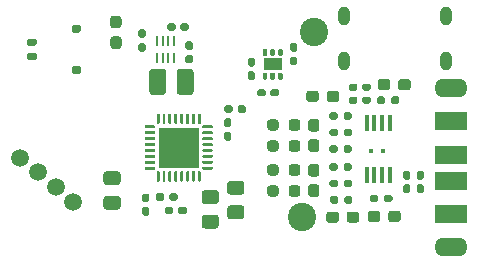
<source format=gts>
G04 #@! TF.GenerationSoftware,KiCad,Pcbnew,(5.1.9)-1*
G04 #@! TF.CreationDate,2021-04-01T13:05:19-07:00*
G04 #@! TF.ProjectId,rgba,72676261-2e6b-4696-9361-645f70636258,1.1*
G04 #@! TF.SameCoordinates,Original*
G04 #@! TF.FileFunction,Soldermask,Top*
G04 #@! TF.FilePolarity,Negative*
%FSLAX46Y46*%
G04 Gerber Fmt 4.6, Leading zero omitted, Abs format (unit mm)*
G04 Created by KiCad (PCBNEW (5.1.9)-1) date 2021-04-01 13:05:19*
%MOMM*%
%LPD*%
G01*
G04 APERTURE LIST*
%ADD10C,1.500000*%
%ADD11R,2.800000X1.600000*%
%ADD12O,2.800000X1.600000*%
%ADD13C,0.400000*%
%ADD14C,2.400000*%
%ADD15R,0.450000X1.450000*%
%ADD16R,1.600000X1.000000*%
%ADD17R,3.450000X3.450000*%
%ADD18R,0.270000X0.860000*%
%ADD19O,1.000000X1.600000*%
G04 APERTURE END LIST*
D10*
X84000000Y-109000000D03*
X81000000Y-106500000D03*
X82500000Y-107750000D03*
X85500000Y-110250000D03*
D11*
X117450000Y-106250000D03*
X117450000Y-103450000D03*
D12*
X117450000Y-100650000D03*
D11*
X117450000Y-108500000D03*
X117450000Y-111300000D03*
D12*
X117450000Y-114100000D03*
G36*
G01*
X94250000Y-100950000D02*
X94250000Y-99250000D01*
G75*
G02*
X94500000Y-99000000I250000J0D01*
G01*
X95425000Y-99000000D01*
G75*
G02*
X95675000Y-99250000I0J-250000D01*
G01*
X95675000Y-100950000D01*
G75*
G02*
X95425000Y-101200000I-250000J0D01*
G01*
X94500000Y-101200000D01*
G75*
G02*
X94250000Y-100950000I0J250000D01*
G01*
G37*
G36*
G01*
X91925000Y-100950000D02*
X91925000Y-99250000D01*
G75*
G02*
X92175000Y-99000000I250000J0D01*
G01*
X93100000Y-99000000D01*
G75*
G02*
X93350000Y-99250000I0J-250000D01*
G01*
X93350000Y-100950000D01*
G75*
G02*
X93100000Y-101200000I-250000J0D01*
G01*
X92175000Y-101200000D01*
G75*
G02*
X91925000Y-100950000I0J250000D01*
G01*
G37*
D13*
X111670000Y-105960000D03*
X110670000Y-105960000D03*
D14*
X104840000Y-111550000D03*
D15*
X112284000Y-103576000D03*
X111634000Y-103576000D03*
X110984000Y-103576000D03*
X110334000Y-103576000D03*
X110334000Y-107976000D03*
X110984000Y-107976000D03*
X111634000Y-107976000D03*
X112284000Y-107976000D03*
G36*
G01*
X102912000Y-97308000D02*
X103112000Y-97308000D01*
G75*
G02*
X103212000Y-97408000I0J-100000D01*
G01*
X103212000Y-97808000D01*
G75*
G02*
X103112000Y-97908000I-100000J0D01*
G01*
X102912000Y-97908000D01*
G75*
G02*
X102812000Y-97808000I0J100000D01*
G01*
X102812000Y-97408000D01*
G75*
G02*
X102912000Y-97308000I100000J0D01*
G01*
G37*
G36*
G01*
X102262000Y-97308000D02*
X102462000Y-97308000D01*
G75*
G02*
X102562000Y-97408000I0J-100000D01*
G01*
X102562000Y-97808000D01*
G75*
G02*
X102462000Y-97908000I-100000J0D01*
G01*
X102262000Y-97908000D01*
G75*
G02*
X102162000Y-97808000I0J100000D01*
G01*
X102162000Y-97408000D01*
G75*
G02*
X102262000Y-97308000I100000J0D01*
G01*
G37*
G36*
G01*
X101612000Y-97308000D02*
X101812000Y-97308000D01*
G75*
G02*
X101912000Y-97408000I0J-100000D01*
G01*
X101912000Y-97808000D01*
G75*
G02*
X101812000Y-97908000I-100000J0D01*
G01*
X101612000Y-97908000D01*
G75*
G02*
X101512000Y-97808000I0J100000D01*
G01*
X101512000Y-97408000D01*
G75*
G02*
X101612000Y-97308000I100000J0D01*
G01*
G37*
G36*
G01*
X101612000Y-99308000D02*
X101812000Y-99308000D01*
G75*
G02*
X101912000Y-99408000I0J-100000D01*
G01*
X101912000Y-99808000D01*
G75*
G02*
X101812000Y-99908000I-100000J0D01*
G01*
X101612000Y-99908000D01*
G75*
G02*
X101512000Y-99808000I0J100000D01*
G01*
X101512000Y-99408000D01*
G75*
G02*
X101612000Y-99308000I100000J0D01*
G01*
G37*
G36*
G01*
X102262000Y-99308000D02*
X102462000Y-99308000D01*
G75*
G02*
X102562000Y-99408000I0J-100000D01*
G01*
X102562000Y-99808000D01*
G75*
G02*
X102462000Y-99908000I-100000J0D01*
G01*
X102262000Y-99908000D01*
G75*
G02*
X102162000Y-99808000I0J100000D01*
G01*
X102162000Y-99408000D01*
G75*
G02*
X102262000Y-99308000I100000J0D01*
G01*
G37*
G36*
G01*
X102912000Y-99308000D02*
X103112000Y-99308000D01*
G75*
G02*
X103212000Y-99408000I0J-100000D01*
G01*
X103212000Y-99808000D01*
G75*
G02*
X103112000Y-99908000I-100000J0D01*
G01*
X102912000Y-99908000D01*
G75*
G02*
X102812000Y-99808000I0J100000D01*
G01*
X102812000Y-99408000D01*
G75*
G02*
X102912000Y-99308000I100000J0D01*
G01*
G37*
D16*
X102362000Y-98608000D03*
G36*
G01*
X92730500Y-108532000D02*
X92605500Y-108532000D01*
G75*
G02*
X92543000Y-108469500I0J62500D01*
G01*
X92543000Y-107719500D01*
G75*
G02*
X92605500Y-107657000I62500J0D01*
G01*
X92730500Y-107657000D01*
G75*
G02*
X92793000Y-107719500I0J-62500D01*
G01*
X92793000Y-108469500D01*
G75*
G02*
X92730500Y-108532000I-62500J0D01*
G01*
G37*
G36*
G01*
X93230500Y-108532000D02*
X93105500Y-108532000D01*
G75*
G02*
X93043000Y-108469500I0J62500D01*
G01*
X93043000Y-107719500D01*
G75*
G02*
X93105500Y-107657000I62500J0D01*
G01*
X93230500Y-107657000D01*
G75*
G02*
X93293000Y-107719500I0J-62500D01*
G01*
X93293000Y-108469500D01*
G75*
G02*
X93230500Y-108532000I-62500J0D01*
G01*
G37*
G36*
G01*
X93730500Y-108532000D02*
X93605500Y-108532000D01*
G75*
G02*
X93543000Y-108469500I0J62500D01*
G01*
X93543000Y-107719500D01*
G75*
G02*
X93605500Y-107657000I62500J0D01*
G01*
X93730500Y-107657000D01*
G75*
G02*
X93793000Y-107719500I0J-62500D01*
G01*
X93793000Y-108469500D01*
G75*
G02*
X93730500Y-108532000I-62500J0D01*
G01*
G37*
G36*
G01*
X94230500Y-108532000D02*
X94105500Y-108532000D01*
G75*
G02*
X94043000Y-108469500I0J62500D01*
G01*
X94043000Y-107719500D01*
G75*
G02*
X94105500Y-107657000I62500J0D01*
G01*
X94230500Y-107657000D01*
G75*
G02*
X94293000Y-107719500I0J-62500D01*
G01*
X94293000Y-108469500D01*
G75*
G02*
X94230500Y-108532000I-62500J0D01*
G01*
G37*
G36*
G01*
X94730500Y-108532000D02*
X94605500Y-108532000D01*
G75*
G02*
X94543000Y-108469500I0J62500D01*
G01*
X94543000Y-107719500D01*
G75*
G02*
X94605500Y-107657000I62500J0D01*
G01*
X94730500Y-107657000D01*
G75*
G02*
X94793000Y-107719500I0J-62500D01*
G01*
X94793000Y-108469500D01*
G75*
G02*
X94730500Y-108532000I-62500J0D01*
G01*
G37*
G36*
G01*
X95230500Y-108532000D02*
X95105500Y-108532000D01*
G75*
G02*
X95043000Y-108469500I0J62500D01*
G01*
X95043000Y-107719500D01*
G75*
G02*
X95105500Y-107657000I62500J0D01*
G01*
X95230500Y-107657000D01*
G75*
G02*
X95293000Y-107719500I0J-62500D01*
G01*
X95293000Y-108469500D01*
G75*
G02*
X95230500Y-108532000I-62500J0D01*
G01*
G37*
G36*
G01*
X95730500Y-108532000D02*
X95605500Y-108532000D01*
G75*
G02*
X95543000Y-108469500I0J62500D01*
G01*
X95543000Y-107719500D01*
G75*
G02*
X95605500Y-107657000I62500J0D01*
G01*
X95730500Y-107657000D01*
G75*
G02*
X95793000Y-107719500I0J-62500D01*
G01*
X95793000Y-108469500D01*
G75*
G02*
X95730500Y-108532000I-62500J0D01*
G01*
G37*
G36*
G01*
X96230500Y-108532000D02*
X96105500Y-108532000D01*
G75*
G02*
X96043000Y-108469500I0J62500D01*
G01*
X96043000Y-107719500D01*
G75*
G02*
X96105500Y-107657000I62500J0D01*
G01*
X96230500Y-107657000D01*
G75*
G02*
X96293000Y-107719500I0J-62500D01*
G01*
X96293000Y-108469500D01*
G75*
G02*
X96230500Y-108532000I-62500J0D01*
G01*
G37*
G36*
G01*
X97230500Y-107532000D02*
X96480500Y-107532000D01*
G75*
G02*
X96418000Y-107469500I0J62500D01*
G01*
X96418000Y-107344500D01*
G75*
G02*
X96480500Y-107282000I62500J0D01*
G01*
X97230500Y-107282000D01*
G75*
G02*
X97293000Y-107344500I0J-62500D01*
G01*
X97293000Y-107469500D01*
G75*
G02*
X97230500Y-107532000I-62500J0D01*
G01*
G37*
G36*
G01*
X97230500Y-107032000D02*
X96480500Y-107032000D01*
G75*
G02*
X96418000Y-106969500I0J62500D01*
G01*
X96418000Y-106844500D01*
G75*
G02*
X96480500Y-106782000I62500J0D01*
G01*
X97230500Y-106782000D01*
G75*
G02*
X97293000Y-106844500I0J-62500D01*
G01*
X97293000Y-106969500D01*
G75*
G02*
X97230500Y-107032000I-62500J0D01*
G01*
G37*
G36*
G01*
X97230500Y-106532000D02*
X96480500Y-106532000D01*
G75*
G02*
X96418000Y-106469500I0J62500D01*
G01*
X96418000Y-106344500D01*
G75*
G02*
X96480500Y-106282000I62500J0D01*
G01*
X97230500Y-106282000D01*
G75*
G02*
X97293000Y-106344500I0J-62500D01*
G01*
X97293000Y-106469500D01*
G75*
G02*
X97230500Y-106532000I-62500J0D01*
G01*
G37*
G36*
G01*
X97230500Y-106032000D02*
X96480500Y-106032000D01*
G75*
G02*
X96418000Y-105969500I0J62500D01*
G01*
X96418000Y-105844500D01*
G75*
G02*
X96480500Y-105782000I62500J0D01*
G01*
X97230500Y-105782000D01*
G75*
G02*
X97293000Y-105844500I0J-62500D01*
G01*
X97293000Y-105969500D01*
G75*
G02*
X97230500Y-106032000I-62500J0D01*
G01*
G37*
G36*
G01*
X97230500Y-105532000D02*
X96480500Y-105532000D01*
G75*
G02*
X96418000Y-105469500I0J62500D01*
G01*
X96418000Y-105344500D01*
G75*
G02*
X96480500Y-105282000I62500J0D01*
G01*
X97230500Y-105282000D01*
G75*
G02*
X97293000Y-105344500I0J-62500D01*
G01*
X97293000Y-105469500D01*
G75*
G02*
X97230500Y-105532000I-62500J0D01*
G01*
G37*
G36*
G01*
X97230500Y-105032000D02*
X96480500Y-105032000D01*
G75*
G02*
X96418000Y-104969500I0J62500D01*
G01*
X96418000Y-104844500D01*
G75*
G02*
X96480500Y-104782000I62500J0D01*
G01*
X97230500Y-104782000D01*
G75*
G02*
X97293000Y-104844500I0J-62500D01*
G01*
X97293000Y-104969500D01*
G75*
G02*
X97230500Y-105032000I-62500J0D01*
G01*
G37*
G36*
G01*
X97230500Y-104532000D02*
X96480500Y-104532000D01*
G75*
G02*
X96418000Y-104469500I0J62500D01*
G01*
X96418000Y-104344500D01*
G75*
G02*
X96480500Y-104282000I62500J0D01*
G01*
X97230500Y-104282000D01*
G75*
G02*
X97293000Y-104344500I0J-62500D01*
G01*
X97293000Y-104469500D01*
G75*
G02*
X97230500Y-104532000I-62500J0D01*
G01*
G37*
G36*
G01*
X97230500Y-104032000D02*
X96480500Y-104032000D01*
G75*
G02*
X96418000Y-103969500I0J62500D01*
G01*
X96418000Y-103844500D01*
G75*
G02*
X96480500Y-103782000I62500J0D01*
G01*
X97230500Y-103782000D01*
G75*
G02*
X97293000Y-103844500I0J-62500D01*
G01*
X97293000Y-103969500D01*
G75*
G02*
X97230500Y-104032000I-62500J0D01*
G01*
G37*
G36*
G01*
X96230500Y-103657000D02*
X96105500Y-103657000D01*
G75*
G02*
X96043000Y-103594500I0J62500D01*
G01*
X96043000Y-102844500D01*
G75*
G02*
X96105500Y-102782000I62500J0D01*
G01*
X96230500Y-102782000D01*
G75*
G02*
X96293000Y-102844500I0J-62500D01*
G01*
X96293000Y-103594500D01*
G75*
G02*
X96230500Y-103657000I-62500J0D01*
G01*
G37*
G36*
G01*
X95730500Y-103657000D02*
X95605500Y-103657000D01*
G75*
G02*
X95543000Y-103594500I0J62500D01*
G01*
X95543000Y-102844500D01*
G75*
G02*
X95605500Y-102782000I62500J0D01*
G01*
X95730500Y-102782000D01*
G75*
G02*
X95793000Y-102844500I0J-62500D01*
G01*
X95793000Y-103594500D01*
G75*
G02*
X95730500Y-103657000I-62500J0D01*
G01*
G37*
G36*
G01*
X95230500Y-103657000D02*
X95105500Y-103657000D01*
G75*
G02*
X95043000Y-103594500I0J62500D01*
G01*
X95043000Y-102844500D01*
G75*
G02*
X95105500Y-102782000I62500J0D01*
G01*
X95230500Y-102782000D01*
G75*
G02*
X95293000Y-102844500I0J-62500D01*
G01*
X95293000Y-103594500D01*
G75*
G02*
X95230500Y-103657000I-62500J0D01*
G01*
G37*
G36*
G01*
X94730500Y-103657000D02*
X94605500Y-103657000D01*
G75*
G02*
X94543000Y-103594500I0J62500D01*
G01*
X94543000Y-102844500D01*
G75*
G02*
X94605500Y-102782000I62500J0D01*
G01*
X94730500Y-102782000D01*
G75*
G02*
X94793000Y-102844500I0J-62500D01*
G01*
X94793000Y-103594500D01*
G75*
G02*
X94730500Y-103657000I-62500J0D01*
G01*
G37*
G36*
G01*
X94230500Y-103657000D02*
X94105500Y-103657000D01*
G75*
G02*
X94043000Y-103594500I0J62500D01*
G01*
X94043000Y-102844500D01*
G75*
G02*
X94105500Y-102782000I62500J0D01*
G01*
X94230500Y-102782000D01*
G75*
G02*
X94293000Y-102844500I0J-62500D01*
G01*
X94293000Y-103594500D01*
G75*
G02*
X94230500Y-103657000I-62500J0D01*
G01*
G37*
G36*
G01*
X93730500Y-103657000D02*
X93605500Y-103657000D01*
G75*
G02*
X93543000Y-103594500I0J62500D01*
G01*
X93543000Y-102844500D01*
G75*
G02*
X93605500Y-102782000I62500J0D01*
G01*
X93730500Y-102782000D01*
G75*
G02*
X93793000Y-102844500I0J-62500D01*
G01*
X93793000Y-103594500D01*
G75*
G02*
X93730500Y-103657000I-62500J0D01*
G01*
G37*
G36*
G01*
X93230500Y-103657000D02*
X93105500Y-103657000D01*
G75*
G02*
X93043000Y-103594500I0J62500D01*
G01*
X93043000Y-102844500D01*
G75*
G02*
X93105500Y-102782000I62500J0D01*
G01*
X93230500Y-102782000D01*
G75*
G02*
X93293000Y-102844500I0J-62500D01*
G01*
X93293000Y-103594500D01*
G75*
G02*
X93230500Y-103657000I-62500J0D01*
G01*
G37*
G36*
G01*
X92730500Y-103657000D02*
X92605500Y-103657000D01*
G75*
G02*
X92543000Y-103594500I0J62500D01*
G01*
X92543000Y-102844500D01*
G75*
G02*
X92605500Y-102782000I62500J0D01*
G01*
X92730500Y-102782000D01*
G75*
G02*
X92793000Y-102844500I0J-62500D01*
G01*
X92793000Y-103594500D01*
G75*
G02*
X92730500Y-103657000I-62500J0D01*
G01*
G37*
G36*
G01*
X92355500Y-104032000D02*
X91605500Y-104032000D01*
G75*
G02*
X91543000Y-103969500I0J62500D01*
G01*
X91543000Y-103844500D01*
G75*
G02*
X91605500Y-103782000I62500J0D01*
G01*
X92355500Y-103782000D01*
G75*
G02*
X92418000Y-103844500I0J-62500D01*
G01*
X92418000Y-103969500D01*
G75*
G02*
X92355500Y-104032000I-62500J0D01*
G01*
G37*
G36*
G01*
X92355500Y-104532000D02*
X91605500Y-104532000D01*
G75*
G02*
X91543000Y-104469500I0J62500D01*
G01*
X91543000Y-104344500D01*
G75*
G02*
X91605500Y-104282000I62500J0D01*
G01*
X92355500Y-104282000D01*
G75*
G02*
X92418000Y-104344500I0J-62500D01*
G01*
X92418000Y-104469500D01*
G75*
G02*
X92355500Y-104532000I-62500J0D01*
G01*
G37*
G36*
G01*
X92355500Y-105032000D02*
X91605500Y-105032000D01*
G75*
G02*
X91543000Y-104969500I0J62500D01*
G01*
X91543000Y-104844500D01*
G75*
G02*
X91605500Y-104782000I62500J0D01*
G01*
X92355500Y-104782000D01*
G75*
G02*
X92418000Y-104844500I0J-62500D01*
G01*
X92418000Y-104969500D01*
G75*
G02*
X92355500Y-105032000I-62500J0D01*
G01*
G37*
G36*
G01*
X92355500Y-105532000D02*
X91605500Y-105532000D01*
G75*
G02*
X91543000Y-105469500I0J62500D01*
G01*
X91543000Y-105344500D01*
G75*
G02*
X91605500Y-105282000I62500J0D01*
G01*
X92355500Y-105282000D01*
G75*
G02*
X92418000Y-105344500I0J-62500D01*
G01*
X92418000Y-105469500D01*
G75*
G02*
X92355500Y-105532000I-62500J0D01*
G01*
G37*
G36*
G01*
X92355500Y-106032000D02*
X91605500Y-106032000D01*
G75*
G02*
X91543000Y-105969500I0J62500D01*
G01*
X91543000Y-105844500D01*
G75*
G02*
X91605500Y-105782000I62500J0D01*
G01*
X92355500Y-105782000D01*
G75*
G02*
X92418000Y-105844500I0J-62500D01*
G01*
X92418000Y-105969500D01*
G75*
G02*
X92355500Y-106032000I-62500J0D01*
G01*
G37*
G36*
G01*
X92355500Y-106532000D02*
X91605500Y-106532000D01*
G75*
G02*
X91543000Y-106469500I0J62500D01*
G01*
X91543000Y-106344500D01*
G75*
G02*
X91605500Y-106282000I62500J0D01*
G01*
X92355500Y-106282000D01*
G75*
G02*
X92418000Y-106344500I0J-62500D01*
G01*
X92418000Y-106469500D01*
G75*
G02*
X92355500Y-106532000I-62500J0D01*
G01*
G37*
G36*
G01*
X92355500Y-107032000D02*
X91605500Y-107032000D01*
G75*
G02*
X91543000Y-106969500I0J62500D01*
G01*
X91543000Y-106844500D01*
G75*
G02*
X91605500Y-106782000I62500J0D01*
G01*
X92355500Y-106782000D01*
G75*
G02*
X92418000Y-106844500I0J-62500D01*
G01*
X92418000Y-106969500D01*
G75*
G02*
X92355500Y-107032000I-62500J0D01*
G01*
G37*
G36*
G01*
X92355500Y-107532000D02*
X91605500Y-107532000D01*
G75*
G02*
X91543000Y-107469500I0J62500D01*
G01*
X91543000Y-107344500D01*
G75*
G02*
X91605500Y-107282000I62500J0D01*
G01*
X92355500Y-107282000D01*
G75*
G02*
X92418000Y-107344500I0J-62500D01*
G01*
X92418000Y-107469500D01*
G75*
G02*
X92355500Y-107532000I-62500J0D01*
G01*
G37*
D17*
X94418000Y-105657000D03*
D18*
X94050000Y-96665000D03*
X93550000Y-96665000D03*
X93050000Y-96665000D03*
X92550000Y-96665000D03*
X92550000Y-98035000D03*
X93050000Y-98035000D03*
X93550000Y-98035000D03*
X94050000Y-98035000D03*
D14*
X105850000Y-95900000D03*
G36*
G01*
X85975000Y-95950000D02*
X85525000Y-95950000D01*
G75*
G02*
X85350000Y-95775000I0J175000D01*
G01*
X85350000Y-95425000D01*
G75*
G02*
X85525000Y-95250000I175000J0D01*
G01*
X85975000Y-95250000D01*
G75*
G02*
X86150000Y-95425000I0J-175000D01*
G01*
X86150000Y-95775000D01*
G75*
G02*
X85975000Y-95950000I-175000J0D01*
G01*
G37*
G36*
G01*
X85975000Y-99450000D02*
X85525000Y-99450000D01*
G75*
G02*
X85350000Y-99275000I0J175000D01*
G01*
X85350000Y-98925000D01*
G75*
G02*
X85525000Y-98750000I175000J0D01*
G01*
X85975000Y-98750000D01*
G75*
G02*
X86150000Y-98925000I0J-175000D01*
G01*
X86150000Y-99275000D01*
G75*
G02*
X85975000Y-99450000I-175000J0D01*
G01*
G37*
G36*
G01*
X82250000Y-97050000D02*
X81700000Y-97050000D01*
G75*
G02*
X81550000Y-96900000I0J150000D01*
G01*
X81550000Y-96600000D01*
G75*
G02*
X81700000Y-96450000I150000J0D01*
G01*
X82250000Y-96450000D01*
G75*
G02*
X82400000Y-96600000I0J-150000D01*
G01*
X82400000Y-96900000D01*
G75*
G02*
X82250000Y-97050000I-150000J0D01*
G01*
G37*
G36*
G01*
X82250000Y-98250000D02*
X81700000Y-98250000D01*
G75*
G02*
X81550000Y-98100000I0J150000D01*
G01*
X81550000Y-97800000D01*
G75*
G02*
X81700000Y-97650000I150000J0D01*
G01*
X82250000Y-97650000D01*
G75*
G02*
X82400000Y-97800000I0J-150000D01*
G01*
X82400000Y-98100000D01*
G75*
G02*
X82250000Y-98250000I-150000J0D01*
G01*
G37*
D19*
X117020000Y-94550000D03*
X108380000Y-94550000D03*
X108380000Y-98350000D03*
X117020000Y-98350000D03*
G36*
G01*
X95455000Y-97400000D02*
X95145000Y-97400000D01*
G75*
G02*
X94990000Y-97245000I0J155000D01*
G01*
X94990000Y-96820000D01*
G75*
G02*
X95145000Y-96665000I155000J0D01*
G01*
X95455000Y-96665000D01*
G75*
G02*
X95610000Y-96820000I0J-155000D01*
G01*
X95610000Y-97245000D01*
G75*
G02*
X95455000Y-97400000I-155000J0D01*
G01*
G37*
G36*
G01*
X95455000Y-98535000D02*
X95145000Y-98535000D01*
G75*
G02*
X94990000Y-98380000I0J155000D01*
G01*
X94990000Y-97955000D01*
G75*
G02*
X95145000Y-97800000I155000J0D01*
G01*
X95455000Y-97800000D01*
G75*
G02*
X95610000Y-97955000I0J-155000D01*
G01*
X95610000Y-98380000D01*
G75*
G02*
X95455000Y-98535000I-155000J0D01*
G01*
G37*
G36*
G01*
X94550000Y-95605000D02*
X94550000Y-95295000D01*
G75*
G02*
X94705000Y-95140000I155000J0D01*
G01*
X95130000Y-95140000D01*
G75*
G02*
X95285000Y-95295000I0J-155000D01*
G01*
X95285000Y-95605000D01*
G75*
G02*
X95130000Y-95760000I-155000J0D01*
G01*
X94705000Y-95760000D01*
G75*
G02*
X94550000Y-95605000I0J155000D01*
G01*
G37*
G36*
G01*
X93415000Y-95605000D02*
X93415000Y-95295000D01*
G75*
G02*
X93570000Y-95140000I155000J0D01*
G01*
X93995000Y-95140000D01*
G75*
G02*
X94150000Y-95295000I0J-155000D01*
G01*
X94150000Y-95605000D01*
G75*
G02*
X93995000Y-95760000I-155000J0D01*
G01*
X93570000Y-95760000D01*
G75*
G02*
X93415000Y-95605000I0J155000D01*
G01*
G37*
G36*
G01*
X108411500Y-110254000D02*
X108411500Y-109934000D01*
G75*
G02*
X108571500Y-109774000I160000J0D01*
G01*
X108966500Y-109774000D01*
G75*
G02*
X109126500Y-109934000I0J-160000D01*
G01*
X109126500Y-110254000D01*
G75*
G02*
X108966500Y-110414000I-160000J0D01*
G01*
X108571500Y-110414000D01*
G75*
G02*
X108411500Y-110254000I0J160000D01*
G01*
G37*
G36*
G01*
X107216500Y-110254000D02*
X107216500Y-109934000D01*
G75*
G02*
X107376500Y-109774000I160000J0D01*
G01*
X107771500Y-109774000D01*
G75*
G02*
X107931500Y-109934000I0J-160000D01*
G01*
X107931500Y-110254000D01*
G75*
G02*
X107771500Y-110414000I-160000J0D01*
G01*
X107376500Y-110414000D01*
G75*
G02*
X107216500Y-110254000I0J160000D01*
G01*
G37*
G36*
G01*
X108374000Y-108857000D02*
X108374000Y-108537000D01*
G75*
G02*
X108534000Y-108377000I160000J0D01*
G01*
X108929000Y-108377000D01*
G75*
G02*
X109089000Y-108537000I0J-160000D01*
G01*
X109089000Y-108857000D01*
G75*
G02*
X108929000Y-109017000I-160000J0D01*
G01*
X108534000Y-109017000D01*
G75*
G02*
X108374000Y-108857000I0J160000D01*
G01*
G37*
G36*
G01*
X107179000Y-108857000D02*
X107179000Y-108537000D01*
G75*
G02*
X107339000Y-108377000I160000J0D01*
G01*
X107734000Y-108377000D01*
G75*
G02*
X107894000Y-108537000I0J-160000D01*
G01*
X107894000Y-108857000D01*
G75*
G02*
X107734000Y-109017000I-160000J0D01*
G01*
X107339000Y-109017000D01*
G75*
G02*
X107179000Y-108857000I0J160000D01*
G01*
G37*
G36*
G01*
X107894000Y-107140000D02*
X107894000Y-107460000D01*
G75*
G02*
X107734000Y-107620000I-160000J0D01*
G01*
X107339000Y-107620000D01*
G75*
G02*
X107179000Y-107460000I0J160000D01*
G01*
X107179000Y-107140000D01*
G75*
G02*
X107339000Y-106980000I160000J0D01*
G01*
X107734000Y-106980000D01*
G75*
G02*
X107894000Y-107140000I0J-160000D01*
G01*
G37*
G36*
G01*
X109089000Y-107140000D02*
X109089000Y-107460000D01*
G75*
G02*
X108929000Y-107620000I-160000J0D01*
G01*
X108534000Y-107620000D01*
G75*
G02*
X108374000Y-107460000I0J160000D01*
G01*
X108374000Y-107140000D01*
G75*
G02*
X108534000Y-106980000I160000J0D01*
G01*
X108929000Y-106980000D01*
G75*
G02*
X109089000Y-107140000I0J-160000D01*
G01*
G37*
G36*
G01*
X103733000Y-109569500D02*
X103733000Y-109094500D01*
G75*
G02*
X103970500Y-108857000I237500J0D01*
G01*
X104470500Y-108857000D01*
G75*
G02*
X104708000Y-109094500I0J-237500D01*
G01*
X104708000Y-109569500D01*
G75*
G02*
X104470500Y-109807000I-237500J0D01*
G01*
X103970500Y-109807000D01*
G75*
G02*
X103733000Y-109569500I0J237500D01*
G01*
G37*
G36*
G01*
X101908000Y-109569500D02*
X101908000Y-109094500D01*
G75*
G02*
X102145500Y-108857000I237500J0D01*
G01*
X102645500Y-108857000D01*
G75*
G02*
X102883000Y-109094500I0J-237500D01*
G01*
X102883000Y-109569500D01*
G75*
G02*
X102645500Y-109807000I-237500J0D01*
G01*
X102145500Y-109807000D01*
G75*
G02*
X101908000Y-109569500I0J237500D01*
G01*
G37*
G36*
G01*
X102883000Y-107316500D02*
X102883000Y-107791500D01*
G75*
G02*
X102645500Y-108029000I-237500J0D01*
G01*
X102145500Y-108029000D01*
G75*
G02*
X101908000Y-107791500I0J237500D01*
G01*
X101908000Y-107316500D01*
G75*
G02*
X102145500Y-107079000I237500J0D01*
G01*
X102645500Y-107079000D01*
G75*
G02*
X102883000Y-107316500I0J-237500D01*
G01*
G37*
G36*
G01*
X104708000Y-107316500D02*
X104708000Y-107791500D01*
G75*
G02*
X104470500Y-108029000I-237500J0D01*
G01*
X103970500Y-108029000D01*
G75*
G02*
X103733000Y-107791500I0J237500D01*
G01*
X103733000Y-107316500D01*
G75*
G02*
X103970500Y-107079000I237500J0D01*
G01*
X104470500Y-107079000D01*
G75*
G02*
X104708000Y-107316500I0J-237500D01*
G01*
G37*
G36*
G01*
X111910000Y-101490000D02*
X111910000Y-101810000D01*
G75*
G02*
X111750000Y-101970000I-160000J0D01*
G01*
X111355000Y-101970000D01*
G75*
G02*
X111195000Y-101810000I0J160000D01*
G01*
X111195000Y-101490000D01*
G75*
G02*
X111355000Y-101330000I160000J0D01*
G01*
X111750000Y-101330000D01*
G75*
G02*
X111910000Y-101490000I0J-160000D01*
G01*
G37*
G36*
G01*
X113105000Y-101490000D02*
X113105000Y-101810000D01*
G75*
G02*
X112945000Y-101970000I-160000J0D01*
G01*
X112550000Y-101970000D01*
G75*
G02*
X112390000Y-101810000I0J160000D01*
G01*
X112390000Y-101490000D01*
G75*
G02*
X112550000Y-101330000I160000J0D01*
G01*
X112945000Y-101330000D01*
G75*
G02*
X113105000Y-101490000I0J-160000D01*
G01*
G37*
G36*
G01*
X108374000Y-103142000D02*
X108374000Y-102822000D01*
G75*
G02*
X108534000Y-102662000I160000J0D01*
G01*
X108929000Y-102662000D01*
G75*
G02*
X109089000Y-102822000I0J-160000D01*
G01*
X109089000Y-103142000D01*
G75*
G02*
X108929000Y-103302000I-160000J0D01*
G01*
X108534000Y-103302000D01*
G75*
G02*
X108374000Y-103142000I0J160000D01*
G01*
G37*
G36*
G01*
X107179000Y-103142000D02*
X107179000Y-102822000D01*
G75*
G02*
X107339000Y-102662000I160000J0D01*
G01*
X107734000Y-102662000D01*
G75*
G02*
X107894000Y-102822000I0J-160000D01*
G01*
X107894000Y-103142000D01*
G75*
G02*
X107734000Y-103302000I-160000J0D01*
G01*
X107339000Y-103302000D01*
G75*
G02*
X107179000Y-103142000I0J160000D01*
G01*
G37*
G36*
G01*
X108374000Y-104539000D02*
X108374000Y-104219000D01*
G75*
G02*
X108534000Y-104059000I160000J0D01*
G01*
X108929000Y-104059000D01*
G75*
G02*
X109089000Y-104219000I0J-160000D01*
G01*
X109089000Y-104539000D01*
G75*
G02*
X108929000Y-104699000I-160000J0D01*
G01*
X108534000Y-104699000D01*
G75*
G02*
X108374000Y-104539000I0J160000D01*
G01*
G37*
G36*
G01*
X107179000Y-104539000D02*
X107179000Y-104219000D01*
G75*
G02*
X107339000Y-104059000I160000J0D01*
G01*
X107734000Y-104059000D01*
G75*
G02*
X107894000Y-104219000I0J-160000D01*
G01*
X107894000Y-104539000D01*
G75*
G02*
X107734000Y-104699000I-160000J0D01*
G01*
X107339000Y-104699000D01*
G75*
G02*
X107179000Y-104539000I0J160000D01*
G01*
G37*
G36*
G01*
X107894000Y-105616000D02*
X107894000Y-105936000D01*
G75*
G02*
X107734000Y-106096000I-160000J0D01*
G01*
X107339000Y-106096000D01*
G75*
G02*
X107179000Y-105936000I0J160000D01*
G01*
X107179000Y-105616000D01*
G75*
G02*
X107339000Y-105456000I160000J0D01*
G01*
X107734000Y-105456000D01*
G75*
G02*
X107894000Y-105616000I0J-160000D01*
G01*
G37*
G36*
G01*
X109089000Y-105616000D02*
X109089000Y-105936000D01*
G75*
G02*
X108929000Y-106096000I-160000J0D01*
G01*
X108534000Y-106096000D01*
G75*
G02*
X108374000Y-105936000I0J160000D01*
G01*
X108374000Y-105616000D01*
G75*
G02*
X108534000Y-105456000I160000J0D01*
G01*
X108929000Y-105456000D01*
G75*
G02*
X109089000Y-105616000I0J-160000D01*
G01*
G37*
G36*
G01*
X103733000Y-103981500D02*
X103733000Y-103506500D01*
G75*
G02*
X103970500Y-103269000I237500J0D01*
G01*
X104470500Y-103269000D01*
G75*
G02*
X104708000Y-103506500I0J-237500D01*
G01*
X104708000Y-103981500D01*
G75*
G02*
X104470500Y-104219000I-237500J0D01*
G01*
X103970500Y-104219000D01*
G75*
G02*
X103733000Y-103981500I0J237500D01*
G01*
G37*
G36*
G01*
X101908000Y-103981500D02*
X101908000Y-103506500D01*
G75*
G02*
X102145500Y-103269000I237500J0D01*
G01*
X102645500Y-103269000D01*
G75*
G02*
X102883000Y-103506500I0J-237500D01*
G01*
X102883000Y-103981500D01*
G75*
G02*
X102645500Y-104219000I-237500J0D01*
G01*
X102145500Y-104219000D01*
G75*
G02*
X101908000Y-103981500I0J237500D01*
G01*
G37*
G36*
G01*
X102883000Y-105284500D02*
X102883000Y-105759500D01*
G75*
G02*
X102645500Y-105997000I-237500J0D01*
G01*
X102145500Y-105997000D01*
G75*
G02*
X101908000Y-105759500I0J237500D01*
G01*
X101908000Y-105284500D01*
G75*
G02*
X102145500Y-105047000I237500J0D01*
G01*
X102645500Y-105047000D01*
G75*
G02*
X102883000Y-105284500I0J-237500D01*
G01*
G37*
G36*
G01*
X104708000Y-105284500D02*
X104708000Y-105759500D01*
G75*
G02*
X104470500Y-105997000I-237500J0D01*
G01*
X103970500Y-105997000D01*
G75*
G02*
X103733000Y-105759500I0J237500D01*
G01*
X103733000Y-105284500D01*
G75*
G02*
X103970500Y-105047000I237500J0D01*
G01*
X104470500Y-105047000D01*
G75*
G02*
X104708000Y-105284500I0J-237500D01*
G01*
G37*
G36*
G01*
X111323000Y-109807000D02*
X111323000Y-110127000D01*
G75*
G02*
X111163000Y-110287000I-160000J0D01*
G01*
X110768000Y-110287000D01*
G75*
G02*
X110608000Y-110127000I0J160000D01*
G01*
X110608000Y-109807000D01*
G75*
G02*
X110768000Y-109647000I160000J0D01*
G01*
X111163000Y-109647000D01*
G75*
G02*
X111323000Y-109807000I0J-160000D01*
G01*
G37*
G36*
G01*
X112518000Y-109807000D02*
X112518000Y-110127000D01*
G75*
G02*
X112358000Y-110287000I-160000J0D01*
G01*
X111963000Y-110287000D01*
G75*
G02*
X111803000Y-110127000I0J160000D01*
G01*
X111803000Y-109807000D01*
G75*
G02*
X111963000Y-109647000I160000J0D01*
G01*
X112358000Y-109647000D01*
G75*
G02*
X112518000Y-109807000I0J-160000D01*
G01*
G37*
G36*
G01*
X112142000Y-111728500D02*
X112142000Y-111253500D01*
G75*
G02*
X112379500Y-111016000I237500J0D01*
G01*
X112979500Y-111016000D01*
G75*
G02*
X113217000Y-111253500I0J-237500D01*
G01*
X113217000Y-111728500D01*
G75*
G02*
X112979500Y-111966000I-237500J0D01*
G01*
X112379500Y-111966000D01*
G75*
G02*
X112142000Y-111728500I0J237500D01*
G01*
G37*
G36*
G01*
X110417000Y-111728500D02*
X110417000Y-111253500D01*
G75*
G02*
X110654500Y-111016000I237500J0D01*
G01*
X111254500Y-111016000D01*
G75*
G02*
X111492000Y-111253500I0J-237500D01*
G01*
X111492000Y-111728500D01*
G75*
G02*
X111254500Y-111966000I-237500J0D01*
G01*
X110654500Y-111966000D01*
G75*
G02*
X110417000Y-111728500I0J237500D01*
G01*
G37*
G36*
G01*
X107975000Y-111312500D02*
X107975000Y-111787500D01*
G75*
G02*
X107737500Y-112025000I-237500J0D01*
G01*
X107137500Y-112025000D01*
G75*
G02*
X106900000Y-111787500I0J237500D01*
G01*
X106900000Y-111312500D01*
G75*
G02*
X107137500Y-111075000I237500J0D01*
G01*
X107737500Y-111075000D01*
G75*
G02*
X107975000Y-111312500I0J-237500D01*
G01*
G37*
G36*
G01*
X109700000Y-111312500D02*
X109700000Y-111787500D01*
G75*
G02*
X109462500Y-112025000I-237500J0D01*
G01*
X108862500Y-112025000D01*
G75*
G02*
X108625000Y-111787500I0J237500D01*
G01*
X108625000Y-111312500D01*
G75*
G02*
X108862500Y-111075000I237500J0D01*
G01*
X109462500Y-111075000D01*
G75*
G02*
X109700000Y-111312500I0J-237500D01*
G01*
G37*
G36*
G01*
X106085500Y-108118000D02*
X105610500Y-108118000D01*
G75*
G02*
X105373000Y-107880500I0J237500D01*
G01*
X105373000Y-107280500D01*
G75*
G02*
X105610500Y-107043000I237500J0D01*
G01*
X106085500Y-107043000D01*
G75*
G02*
X106323000Y-107280500I0J-237500D01*
G01*
X106323000Y-107880500D01*
G75*
G02*
X106085500Y-108118000I-237500J0D01*
G01*
G37*
G36*
G01*
X106085500Y-109843000D02*
X105610500Y-109843000D01*
G75*
G02*
X105373000Y-109605500I0J237500D01*
G01*
X105373000Y-109005500D01*
G75*
G02*
X105610500Y-108768000I237500J0D01*
G01*
X106085500Y-108768000D01*
G75*
G02*
X106323000Y-109005500I0J-237500D01*
G01*
X106323000Y-109605500D01*
G75*
G02*
X106085500Y-109843000I-237500J0D01*
G01*
G37*
G36*
G01*
X112985000Y-100567500D02*
X112985000Y-100092500D01*
G75*
G02*
X113222500Y-99855000I237500J0D01*
G01*
X113822500Y-99855000D01*
G75*
G02*
X114060000Y-100092500I0J-237500D01*
G01*
X114060000Y-100567500D01*
G75*
G02*
X113822500Y-100805000I-237500J0D01*
G01*
X113222500Y-100805000D01*
G75*
G02*
X112985000Y-100567500I0J237500D01*
G01*
G37*
G36*
G01*
X111260000Y-100567500D02*
X111260000Y-100092500D01*
G75*
G02*
X111497500Y-99855000I237500J0D01*
G01*
X112097500Y-99855000D01*
G75*
G02*
X112335000Y-100092500I0J-237500D01*
G01*
X112335000Y-100567500D01*
G75*
G02*
X112097500Y-100805000I-237500J0D01*
G01*
X111497500Y-100805000D01*
G75*
G02*
X111260000Y-100567500I0J237500D01*
G01*
G37*
G36*
G01*
X106285000Y-101093500D02*
X106285000Y-101568500D01*
G75*
G02*
X106047500Y-101806000I-237500J0D01*
G01*
X105447500Y-101806000D01*
G75*
G02*
X105210000Y-101568500I0J237500D01*
G01*
X105210000Y-101093500D01*
G75*
G02*
X105447500Y-100856000I237500J0D01*
G01*
X106047500Y-100856000D01*
G75*
G02*
X106285000Y-101093500I0J-237500D01*
G01*
G37*
G36*
G01*
X108010000Y-101093500D02*
X108010000Y-101568500D01*
G75*
G02*
X107772500Y-101806000I-237500J0D01*
G01*
X107172500Y-101806000D01*
G75*
G02*
X106935000Y-101568500I0J237500D01*
G01*
X106935000Y-101093500D01*
G75*
G02*
X107172500Y-100856000I237500J0D01*
G01*
X107772500Y-100856000D01*
G75*
G02*
X108010000Y-101093500I0J-237500D01*
G01*
G37*
G36*
G01*
X105610500Y-104958000D02*
X106085500Y-104958000D01*
G75*
G02*
X106323000Y-105195500I0J-237500D01*
G01*
X106323000Y-105795500D01*
G75*
G02*
X106085500Y-106033000I-237500J0D01*
G01*
X105610500Y-106033000D01*
G75*
G02*
X105373000Y-105795500I0J237500D01*
G01*
X105373000Y-105195500D01*
G75*
G02*
X105610500Y-104958000I237500J0D01*
G01*
G37*
G36*
G01*
X105610500Y-103233000D02*
X106085500Y-103233000D01*
G75*
G02*
X106323000Y-103470500I0J-237500D01*
G01*
X106323000Y-104070500D01*
G75*
G02*
X106085500Y-104308000I-237500J0D01*
G01*
X105610500Y-104308000D01*
G75*
G02*
X105373000Y-104070500I0J237500D01*
G01*
X105373000Y-103470500D01*
G75*
G02*
X105610500Y-103233000I237500J0D01*
G01*
G37*
G36*
G01*
X113877000Y-108370000D02*
X113567000Y-108370000D01*
G75*
G02*
X113412000Y-108215000I0J155000D01*
G01*
X113412000Y-107790000D01*
G75*
G02*
X113567000Y-107635000I155000J0D01*
G01*
X113877000Y-107635000D01*
G75*
G02*
X114032000Y-107790000I0J-155000D01*
G01*
X114032000Y-108215000D01*
G75*
G02*
X113877000Y-108370000I-155000J0D01*
G01*
G37*
G36*
G01*
X113877000Y-109505000D02*
X113567000Y-109505000D01*
G75*
G02*
X113412000Y-109350000I0J155000D01*
G01*
X113412000Y-108925000D01*
G75*
G02*
X113567000Y-108770000I155000J0D01*
G01*
X113877000Y-108770000D01*
G75*
G02*
X114032000Y-108925000I0J-155000D01*
G01*
X114032000Y-109350000D01*
G75*
G02*
X113877000Y-109505000I-155000J0D01*
G01*
G37*
G36*
G01*
X115020000Y-108370000D02*
X114710000Y-108370000D01*
G75*
G02*
X114555000Y-108215000I0J155000D01*
G01*
X114555000Y-107790000D01*
G75*
G02*
X114710000Y-107635000I155000J0D01*
G01*
X115020000Y-107635000D01*
G75*
G02*
X115175000Y-107790000I0J-155000D01*
G01*
X115175000Y-108215000D01*
G75*
G02*
X115020000Y-108370000I-155000J0D01*
G01*
G37*
G36*
G01*
X115020000Y-109505000D02*
X114710000Y-109505000D01*
G75*
G02*
X114555000Y-109350000I0J155000D01*
G01*
X114555000Y-108925000D01*
G75*
G02*
X114710000Y-108770000I155000J0D01*
G01*
X115020000Y-108770000D01*
G75*
G02*
X115175000Y-108925000I0J-155000D01*
G01*
X115175000Y-109350000D01*
G75*
G02*
X115020000Y-109505000I-155000J0D01*
G01*
G37*
G36*
G01*
X101781000Y-100866000D02*
X101781000Y-101176000D01*
G75*
G02*
X101626000Y-101331000I-155000J0D01*
G01*
X101201000Y-101331000D01*
G75*
G02*
X101046000Y-101176000I0J155000D01*
G01*
X101046000Y-100866000D01*
G75*
G02*
X101201000Y-100711000I155000J0D01*
G01*
X101626000Y-100711000D01*
G75*
G02*
X101781000Y-100866000I0J-155000D01*
G01*
G37*
G36*
G01*
X102916000Y-100866000D02*
X102916000Y-101176000D01*
G75*
G02*
X102761000Y-101331000I-155000J0D01*
G01*
X102336000Y-101331000D01*
G75*
G02*
X102181000Y-101176000I0J155000D01*
G01*
X102181000Y-100866000D01*
G75*
G02*
X102336000Y-100711000I155000J0D01*
G01*
X102761000Y-100711000D01*
G75*
G02*
X102916000Y-100866000I0J-155000D01*
G01*
G37*
G36*
G01*
X100730000Y-98800000D02*
X100420000Y-98800000D01*
G75*
G02*
X100265000Y-98645000I0J155000D01*
G01*
X100265000Y-98220000D01*
G75*
G02*
X100420000Y-98065000I155000J0D01*
G01*
X100730000Y-98065000D01*
G75*
G02*
X100885000Y-98220000I0J-155000D01*
G01*
X100885000Y-98645000D01*
G75*
G02*
X100730000Y-98800000I-155000J0D01*
G01*
G37*
G36*
G01*
X100730000Y-99935000D02*
X100420000Y-99935000D01*
G75*
G02*
X100265000Y-99780000I0J155000D01*
G01*
X100265000Y-99355000D01*
G75*
G02*
X100420000Y-99200000I155000J0D01*
G01*
X100730000Y-99200000D01*
G75*
G02*
X100885000Y-99355000I0J-155000D01*
G01*
X100885000Y-99780000D01*
G75*
G02*
X100730000Y-99935000I-155000J0D01*
G01*
G37*
G36*
G01*
X103995000Y-97950000D02*
X104305000Y-97950000D01*
G75*
G02*
X104460000Y-98105000I0J-155000D01*
G01*
X104460000Y-98530000D01*
G75*
G02*
X104305000Y-98685000I-155000J0D01*
G01*
X103995000Y-98685000D01*
G75*
G02*
X103840000Y-98530000I0J155000D01*
G01*
X103840000Y-98105000D01*
G75*
G02*
X103995000Y-97950000I155000J0D01*
G01*
G37*
G36*
G01*
X103995000Y-96815000D02*
X104305000Y-96815000D01*
G75*
G02*
X104460000Y-96970000I0J-155000D01*
G01*
X104460000Y-97395000D01*
G75*
G02*
X104305000Y-97550000I-155000J0D01*
G01*
X103995000Y-97550000D01*
G75*
G02*
X103840000Y-97395000I0J155000D01*
G01*
X103840000Y-96970000D01*
G75*
G02*
X103995000Y-96815000I155000J0D01*
G01*
G37*
G36*
G01*
X98415000Y-104330000D02*
X98725000Y-104330000D01*
G75*
G02*
X98880000Y-104485000I0J-155000D01*
G01*
X98880000Y-104910000D01*
G75*
G02*
X98725000Y-105065000I-155000J0D01*
G01*
X98415000Y-105065000D01*
G75*
G02*
X98260000Y-104910000I0J155000D01*
G01*
X98260000Y-104485000D01*
G75*
G02*
X98415000Y-104330000I155000J0D01*
G01*
G37*
G36*
G01*
X98415000Y-103195000D02*
X98725000Y-103195000D01*
G75*
G02*
X98880000Y-103350000I0J-155000D01*
G01*
X98880000Y-103775000D01*
G75*
G02*
X98725000Y-103930000I-155000J0D01*
G01*
X98415000Y-103930000D01*
G75*
G02*
X98260000Y-103775000I0J155000D01*
G01*
X98260000Y-103350000D01*
G75*
G02*
X98415000Y-103195000I155000J0D01*
G01*
G37*
G36*
G01*
X99719000Y-109652000D02*
X98769000Y-109652000D01*
G75*
G02*
X98519000Y-109402000I0J250000D01*
G01*
X98519000Y-108727000D01*
G75*
G02*
X98769000Y-108477000I250000J0D01*
G01*
X99719000Y-108477000D01*
G75*
G02*
X99969000Y-108727000I0J-250000D01*
G01*
X99969000Y-109402000D01*
G75*
G02*
X99719000Y-109652000I-250000J0D01*
G01*
G37*
G36*
G01*
X99719000Y-111727000D02*
X98769000Y-111727000D01*
G75*
G02*
X98519000Y-111477000I0J250000D01*
G01*
X98519000Y-110802000D01*
G75*
G02*
X98769000Y-110552000I250000J0D01*
G01*
X99719000Y-110552000D01*
G75*
G02*
X99969000Y-110802000I0J-250000D01*
G01*
X99969000Y-111477000D01*
G75*
G02*
X99719000Y-111727000I-250000J0D01*
G01*
G37*
G36*
G01*
X96610000Y-111335500D02*
X97560000Y-111335500D01*
G75*
G02*
X97810000Y-111585500I0J-250000D01*
G01*
X97810000Y-112260500D01*
G75*
G02*
X97560000Y-112510500I-250000J0D01*
G01*
X96610000Y-112510500D01*
G75*
G02*
X96360000Y-112260500I0J250000D01*
G01*
X96360000Y-111585500D01*
G75*
G02*
X96610000Y-111335500I250000J0D01*
G01*
G37*
G36*
G01*
X96610000Y-109260500D02*
X97560000Y-109260500D01*
G75*
G02*
X97810000Y-109510500I0J-250000D01*
G01*
X97810000Y-110185500D01*
G75*
G02*
X97560000Y-110435500I-250000J0D01*
G01*
X96610000Y-110435500D01*
G75*
G02*
X96360000Y-110185500I0J250000D01*
G01*
X96360000Y-109510500D01*
G75*
G02*
X96610000Y-109260500I250000J0D01*
G01*
G37*
G36*
G01*
X91469000Y-110683000D02*
X91779000Y-110683000D01*
G75*
G02*
X91934000Y-110838000I0J-155000D01*
G01*
X91934000Y-111263000D01*
G75*
G02*
X91779000Y-111418000I-155000J0D01*
G01*
X91469000Y-111418000D01*
G75*
G02*
X91314000Y-111263000I0J155000D01*
G01*
X91314000Y-110838000D01*
G75*
G02*
X91469000Y-110683000I155000J0D01*
G01*
G37*
G36*
G01*
X91469000Y-109548000D02*
X91779000Y-109548000D01*
G75*
G02*
X91934000Y-109703000I0J-155000D01*
G01*
X91934000Y-110128000D01*
G75*
G02*
X91779000Y-110283000I-155000J0D01*
G01*
X91469000Y-110283000D01*
G75*
G02*
X91314000Y-110128000I0J155000D01*
G01*
X91314000Y-109703000D01*
G75*
G02*
X91469000Y-109548000I155000J0D01*
G01*
G37*
G36*
G01*
X93964000Y-110836000D02*
X93964000Y-111146000D01*
G75*
G02*
X93809000Y-111301000I-155000J0D01*
G01*
X93384000Y-111301000D01*
G75*
G02*
X93229000Y-111146000I0J155000D01*
G01*
X93229000Y-110836000D01*
G75*
G02*
X93384000Y-110681000I155000J0D01*
G01*
X93809000Y-110681000D01*
G75*
G02*
X93964000Y-110836000I0J-155000D01*
G01*
G37*
G36*
G01*
X95099000Y-110836000D02*
X95099000Y-111146000D01*
G75*
G02*
X94944000Y-111301000I-155000J0D01*
G01*
X94519000Y-111301000D01*
G75*
G02*
X94364000Y-111146000I0J155000D01*
G01*
X94364000Y-110836000D01*
G75*
G02*
X94519000Y-110681000I155000J0D01*
G01*
X94944000Y-110681000D01*
G75*
G02*
X95099000Y-110836000I0J-155000D01*
G01*
G37*
G36*
G01*
X93202000Y-109693000D02*
X93202000Y-110003000D01*
G75*
G02*
X93047000Y-110158000I-155000J0D01*
G01*
X92622000Y-110158000D01*
G75*
G02*
X92467000Y-110003000I0J155000D01*
G01*
X92467000Y-109693000D01*
G75*
G02*
X92622000Y-109538000I155000J0D01*
G01*
X93047000Y-109538000D01*
G75*
G02*
X93202000Y-109693000I0J-155000D01*
G01*
G37*
G36*
G01*
X94337000Y-109693000D02*
X94337000Y-110003000D01*
G75*
G02*
X94182000Y-110158000I-155000J0D01*
G01*
X93757000Y-110158000D01*
G75*
G02*
X93602000Y-110003000I0J155000D01*
G01*
X93602000Y-109693000D01*
G75*
G02*
X93757000Y-109538000I155000J0D01*
G01*
X94182000Y-109538000D01*
G75*
G02*
X94337000Y-109693000I0J-155000D01*
G01*
G37*
G36*
G01*
X89245000Y-108837500D02*
X88295000Y-108837500D01*
G75*
G02*
X88045000Y-108587500I0J250000D01*
G01*
X88045000Y-107912500D01*
G75*
G02*
X88295000Y-107662500I250000J0D01*
G01*
X89245000Y-107662500D01*
G75*
G02*
X89495000Y-107912500I0J-250000D01*
G01*
X89495000Y-108587500D01*
G75*
G02*
X89245000Y-108837500I-250000J0D01*
G01*
G37*
G36*
G01*
X89245000Y-110912500D02*
X88295000Y-110912500D01*
G75*
G02*
X88045000Y-110662500I0J250000D01*
G01*
X88045000Y-109987500D01*
G75*
G02*
X88295000Y-109737500I250000J0D01*
G01*
X89245000Y-109737500D01*
G75*
G02*
X89495000Y-109987500I0J-250000D01*
G01*
X89495000Y-110662500D01*
G75*
G02*
X89245000Y-110912500I-250000J0D01*
G01*
G37*
G36*
G01*
X109950000Y-101805000D02*
X109950000Y-101495000D01*
G75*
G02*
X110105000Y-101340000I155000J0D01*
G01*
X110530000Y-101340000D01*
G75*
G02*
X110685000Y-101495000I0J-155000D01*
G01*
X110685000Y-101805000D01*
G75*
G02*
X110530000Y-101960000I-155000J0D01*
G01*
X110105000Y-101960000D01*
G75*
G02*
X109950000Y-101805000I0J155000D01*
G01*
G37*
G36*
G01*
X108815000Y-101805000D02*
X108815000Y-101495000D01*
G75*
G02*
X108970000Y-101340000I155000J0D01*
G01*
X109395000Y-101340000D01*
G75*
G02*
X109550000Y-101495000I0J-155000D01*
G01*
X109550000Y-101805000D01*
G75*
G02*
X109395000Y-101960000I-155000J0D01*
G01*
X108970000Y-101960000D01*
G75*
G02*
X108815000Y-101805000I0J155000D01*
G01*
G37*
G36*
G01*
X109950000Y-100705000D02*
X109950000Y-100395000D01*
G75*
G02*
X110105000Y-100240000I155000J0D01*
G01*
X110530000Y-100240000D01*
G75*
G02*
X110685000Y-100395000I0J-155000D01*
G01*
X110685000Y-100705000D01*
G75*
G02*
X110530000Y-100860000I-155000J0D01*
G01*
X110105000Y-100860000D01*
G75*
G02*
X109950000Y-100705000I0J155000D01*
G01*
G37*
G36*
G01*
X108815000Y-100705000D02*
X108815000Y-100395000D01*
G75*
G02*
X108970000Y-100240000I155000J0D01*
G01*
X109395000Y-100240000D01*
G75*
G02*
X109550000Y-100395000I0J-155000D01*
G01*
X109550000Y-100705000D01*
G75*
G02*
X109395000Y-100860000I-155000J0D01*
G01*
X108970000Y-100860000D01*
G75*
G02*
X108815000Y-100705000I0J155000D01*
G01*
G37*
G36*
G01*
X91460000Y-96360000D02*
X91140000Y-96360000D01*
G75*
G02*
X90980000Y-96200000I0J160000D01*
G01*
X90980000Y-95805000D01*
G75*
G02*
X91140000Y-95645000I160000J0D01*
G01*
X91460000Y-95645000D01*
G75*
G02*
X91620000Y-95805000I0J-160000D01*
G01*
X91620000Y-96200000D01*
G75*
G02*
X91460000Y-96360000I-160000J0D01*
G01*
G37*
G36*
G01*
X91460000Y-97555000D02*
X91140000Y-97555000D01*
G75*
G02*
X90980000Y-97395000I0J160000D01*
G01*
X90980000Y-97000000D01*
G75*
G02*
X91140000Y-96840000I160000J0D01*
G01*
X91460000Y-96840000D01*
G75*
G02*
X91620000Y-97000000I0J-160000D01*
G01*
X91620000Y-97395000D01*
G75*
G02*
X91460000Y-97555000I-160000J0D01*
G01*
G37*
G36*
G01*
X88862500Y-96250000D02*
X89337500Y-96250000D01*
G75*
G02*
X89575000Y-96487500I0J-237500D01*
G01*
X89575000Y-97062500D01*
G75*
G02*
X89337500Y-97300000I-237500J0D01*
G01*
X88862500Y-97300000D01*
G75*
G02*
X88625000Y-97062500I0J237500D01*
G01*
X88625000Y-96487500D01*
G75*
G02*
X88862500Y-96250000I237500J0D01*
G01*
G37*
G36*
G01*
X88862500Y-94500000D02*
X89337500Y-94500000D01*
G75*
G02*
X89575000Y-94737500I0J-237500D01*
G01*
X89575000Y-95312500D01*
G75*
G02*
X89337500Y-95550000I-237500J0D01*
G01*
X88862500Y-95550000D01*
G75*
G02*
X88625000Y-95312500I0J237500D01*
G01*
X88625000Y-94737500D01*
G75*
G02*
X88862500Y-94500000I237500J0D01*
G01*
G37*
G36*
G01*
X99000000Y-102245000D02*
X99000000Y-102555000D01*
G75*
G02*
X98845000Y-102710000I-155000J0D01*
G01*
X98420000Y-102710000D01*
G75*
G02*
X98265000Y-102555000I0J155000D01*
G01*
X98265000Y-102245000D01*
G75*
G02*
X98420000Y-102090000I155000J0D01*
G01*
X98845000Y-102090000D01*
G75*
G02*
X99000000Y-102245000I0J-155000D01*
G01*
G37*
G36*
G01*
X100135000Y-102245000D02*
X100135000Y-102555000D01*
G75*
G02*
X99980000Y-102710000I-155000J0D01*
G01*
X99555000Y-102710000D01*
G75*
G02*
X99400000Y-102555000I0J155000D01*
G01*
X99400000Y-102245000D01*
G75*
G02*
X99555000Y-102090000I155000J0D01*
G01*
X99980000Y-102090000D01*
G75*
G02*
X100135000Y-102245000I0J-155000D01*
G01*
G37*
M02*

</source>
